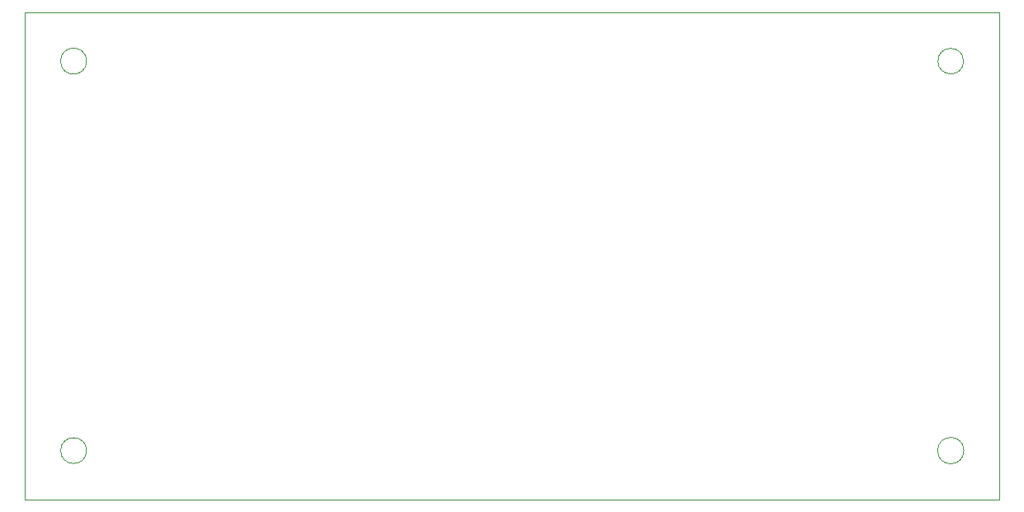
<source format=gko>
G04 #@! TF.GenerationSoftware,KiCad,Pcbnew,(5.1.2)-1*
G04 #@! TF.CreationDate,2020-10-29T23:57:24+01:00*
G04 #@! TF.ProjectId,SolderingRT1,536f6c64-6572-4696-9e67-5254312e6b69,rev?*
G04 #@! TF.SameCoordinates,Original*
G04 #@! TF.FileFunction,Profile,NP*
%FSLAX46Y46*%
G04 Gerber Fmt 4.6, Leading zero omitted, Abs format (unit mm)*
G04 Created by KiCad (PCBNEW (5.1.2)-1) date 2020-10-29 23:57:24*
%MOMM*%
%LPD*%
G04 APERTURE LIST*
%ADD10C,0.100000*%
G04 APERTURE END LIST*
D10*
X196350488Y-145000000D02*
G75*
G03X196350488Y-145000000I-1350488J0D01*
G01*
X100000000Y-100000000D02*
X200000000Y-100000000D01*
X100000000Y-150000000D02*
X100000000Y-100000000D01*
X200000000Y-150000000D02*
X100000000Y-150000000D01*
X106333124Y-105000000D02*
G75*
G03X106333124Y-105000000I-1333124J0D01*
G01*
X196311887Y-105000000D02*
G75*
G03X196311887Y-105000000I-1311887J0D01*
G01*
X200000000Y-100000000D02*
X200000000Y-150000000D01*
X106325649Y-145000000D02*
G75*
G03X106325649Y-145000000I-1325649J0D01*
G01*
M02*

</source>
